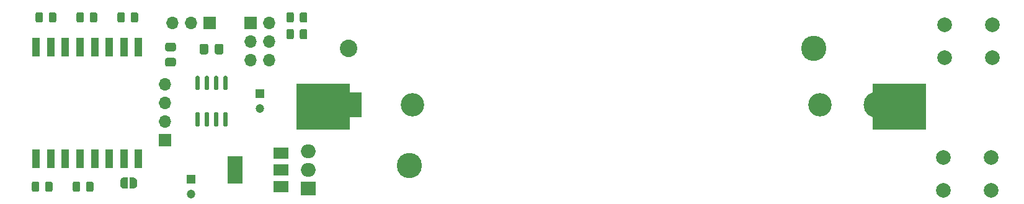
<source format=gbr>
%TF.GenerationSoftware,KiCad,Pcbnew,(5.1.9)-1*%
%TF.CreationDate,2021-03-29T21:17:45+02:00*%
%TF.ProjectId,ESP_Windowsensor,4553505f-5769-46e6-946f-7773656e736f,rev?*%
%TF.SameCoordinates,Original*%
%TF.FileFunction,Soldermask,Top*%
%TF.FilePolarity,Negative*%
%FSLAX46Y46*%
G04 Gerber Fmt 4.6, Leading zero omitted, Abs format (unit mm)*
G04 Created by KiCad (PCBNEW (5.1.9)-1) date 2021-03-29 21:17:45*
%MOMM*%
%LPD*%
G01*
G04 APERTURE LIST*
%ADD10C,2.000000*%
%ADD11O,1.700000X1.700000*%
%ADD12R,1.700000X1.700000*%
%ADD13C,1.200000*%
%ADD14R,1.200000X1.200000*%
%ADD15C,0.100000*%
%ADD16O,2.000000X1.905000*%
%ADD17R,2.000000X1.905000*%
%ADD18C,3.200000*%
%ADD19R,3.500000X3.500000*%
%ADD20C,3.500000*%
%ADD21R,2.000000X1.500000*%
%ADD22R,2.000000X3.800000*%
%ADD23R,1.000000X2.500000*%
%ADD24C,2.390000*%
%ADD25C,3.450000*%
%ADD26R,7.340000X6.350000*%
G04 APERTURE END LIST*
D10*
%TO.C,SW3*%
X174856000Y-87122000D03*
X174856000Y-82622000D03*
X181356000Y-87122000D03*
X181356000Y-82622000D03*
%TD*%
%TO.C,SW2*%
X181506000Y-64516000D03*
X181506000Y-69016000D03*
X175006000Y-64516000D03*
X175006000Y-69016000D03*
%TD*%
%TO.C,R7*%
G36*
G01*
X51924000Y-63049999D02*
X51924000Y-63950001D01*
G75*
G02*
X51674001Y-64200000I-249999J0D01*
G01*
X51148999Y-64200000D01*
G75*
G02*
X50899000Y-63950001I0J249999D01*
G01*
X50899000Y-63049999D01*
G75*
G02*
X51148999Y-62800000I249999J0D01*
G01*
X51674001Y-62800000D01*
G75*
G02*
X51924000Y-63049999I0J-249999D01*
G01*
G37*
G36*
G01*
X53749000Y-63049999D02*
X53749000Y-63950001D01*
G75*
G02*
X53499001Y-64200000I-249999J0D01*
G01*
X52973999Y-64200000D01*
G75*
G02*
X52724000Y-63950001I0J249999D01*
G01*
X52724000Y-63049999D01*
G75*
G02*
X52973999Y-62800000I249999J0D01*
G01*
X53499001Y-62800000D01*
G75*
G02*
X53749000Y-63049999I0J-249999D01*
G01*
G37*
%TD*%
%TO.C,R6*%
G36*
G01*
X51416000Y-86163999D02*
X51416000Y-87064001D01*
G75*
G02*
X51166001Y-87314000I-249999J0D01*
G01*
X50640999Y-87314000D01*
G75*
G02*
X50391000Y-87064001I0J249999D01*
G01*
X50391000Y-86163999D01*
G75*
G02*
X50640999Y-85914000I249999J0D01*
G01*
X51166001Y-85914000D01*
G75*
G02*
X51416000Y-86163999I0J-249999D01*
G01*
G37*
G36*
G01*
X53241000Y-86163999D02*
X53241000Y-87064001D01*
G75*
G02*
X52991001Y-87314000I-249999J0D01*
G01*
X52465999Y-87314000D01*
G75*
G02*
X52216000Y-87064001I0J249999D01*
G01*
X52216000Y-86163999D01*
G75*
G02*
X52465999Y-85914000I249999J0D01*
G01*
X52991001Y-85914000D01*
G75*
G02*
X53241000Y-86163999I0J-249999D01*
G01*
G37*
%TD*%
%TO.C,R5*%
G36*
G01*
X63900000Y-63950001D02*
X63900000Y-63049999D01*
G75*
G02*
X64149999Y-62800000I249999J0D01*
G01*
X64675001Y-62800000D01*
G75*
G02*
X64925000Y-63049999I0J-249999D01*
G01*
X64925000Y-63950001D01*
G75*
G02*
X64675001Y-64200000I-249999J0D01*
G01*
X64149999Y-64200000D01*
G75*
G02*
X63900000Y-63950001I0J249999D01*
G01*
G37*
G36*
G01*
X62075000Y-63950001D02*
X62075000Y-63049999D01*
G75*
G02*
X62324999Y-62800000I249999J0D01*
G01*
X62850001Y-62800000D01*
G75*
G02*
X63100000Y-63049999I0J-249999D01*
G01*
X63100000Y-63950001D01*
G75*
G02*
X62850001Y-64200000I-249999J0D01*
G01*
X62324999Y-64200000D01*
G75*
G02*
X62075000Y-63950001I0J249999D01*
G01*
G37*
%TD*%
%TO.C,R4*%
G36*
G01*
X57804000Y-87064001D02*
X57804000Y-86163999D01*
G75*
G02*
X58053999Y-85914000I249999J0D01*
G01*
X58579001Y-85914000D01*
G75*
G02*
X58829000Y-86163999I0J-249999D01*
G01*
X58829000Y-87064001D01*
G75*
G02*
X58579001Y-87314000I-249999J0D01*
G01*
X58053999Y-87314000D01*
G75*
G02*
X57804000Y-87064001I0J249999D01*
G01*
G37*
G36*
G01*
X55979000Y-87064001D02*
X55979000Y-86163999D01*
G75*
G02*
X56228999Y-85914000I249999J0D01*
G01*
X56754001Y-85914000D01*
G75*
G02*
X57004000Y-86163999I0J-249999D01*
G01*
X57004000Y-87064001D01*
G75*
G02*
X56754001Y-87314000I-249999J0D01*
G01*
X56228999Y-87314000D01*
G75*
G02*
X55979000Y-87064001I0J249999D01*
G01*
G37*
%TD*%
D11*
%TO.C,J2*%
X68580000Y-72644000D03*
X68580000Y-75184000D03*
X68580000Y-77724000D03*
D12*
X68580000Y-80264000D03*
%TD*%
%TO.C,C4*%
G36*
G01*
X75380000Y-68293000D02*
X75380000Y-67343000D01*
G75*
G02*
X75630000Y-67093000I250000J0D01*
G01*
X76305000Y-67093000D01*
G75*
G02*
X76555000Y-67343000I0J-250000D01*
G01*
X76555000Y-68293000D01*
G75*
G02*
X76305000Y-68543000I-250000J0D01*
G01*
X75630000Y-68543000D01*
G75*
G02*
X75380000Y-68293000I0J250000D01*
G01*
G37*
G36*
G01*
X73305000Y-68293000D02*
X73305000Y-67343000D01*
G75*
G02*
X73555000Y-67093000I250000J0D01*
G01*
X74230000Y-67093000D01*
G75*
G02*
X74480000Y-67343000I0J-250000D01*
G01*
X74480000Y-68293000D01*
G75*
G02*
X74230000Y-68543000I-250000J0D01*
G01*
X73555000Y-68543000D01*
G75*
G02*
X73305000Y-68293000I0J250000D01*
G01*
G37*
%TD*%
%TO.C,C3*%
G36*
G01*
X69817000Y-68130000D02*
X68867000Y-68130000D01*
G75*
G02*
X68617000Y-67880000I0J250000D01*
G01*
X68617000Y-67205000D01*
G75*
G02*
X68867000Y-66955000I250000J0D01*
G01*
X69817000Y-66955000D01*
G75*
G02*
X70067000Y-67205000I0J-250000D01*
G01*
X70067000Y-67880000D01*
G75*
G02*
X69817000Y-68130000I-250000J0D01*
G01*
G37*
G36*
G01*
X69817000Y-70205000D02*
X68867000Y-70205000D01*
G75*
G02*
X68617000Y-69955000I0J250000D01*
G01*
X68617000Y-69280000D01*
G75*
G02*
X68867000Y-69030000I250000J0D01*
G01*
X69817000Y-69030000D01*
G75*
G02*
X70067000Y-69280000I0J-250000D01*
G01*
X70067000Y-69955000D01*
G75*
G02*
X69817000Y-70205000I-250000J0D01*
G01*
G37*
%TD*%
D13*
%TO.C,C2*%
X81534000Y-75914000D03*
D14*
X81534000Y-73914000D03*
%TD*%
D13*
%TO.C,C1*%
X72136000Y-87598000D03*
D14*
X72136000Y-85598000D03*
%TD*%
%TO.C,R3*%
G36*
G01*
X86982000Y-66236001D02*
X86982000Y-65335999D01*
G75*
G02*
X87231999Y-65086000I249999J0D01*
G01*
X87757001Y-65086000D01*
G75*
G02*
X88007000Y-65335999I0J-249999D01*
G01*
X88007000Y-66236001D01*
G75*
G02*
X87757001Y-66486000I-249999J0D01*
G01*
X87231999Y-66486000D01*
G75*
G02*
X86982000Y-66236001I0J249999D01*
G01*
G37*
G36*
G01*
X85157000Y-66236001D02*
X85157000Y-65335999D01*
G75*
G02*
X85406999Y-65086000I249999J0D01*
G01*
X85932001Y-65086000D01*
G75*
G02*
X86182000Y-65335999I0J-249999D01*
G01*
X86182000Y-66236001D01*
G75*
G02*
X85932001Y-66486000I-249999J0D01*
G01*
X85406999Y-66486000D01*
G75*
G02*
X85157000Y-66236001I0J249999D01*
G01*
G37*
%TD*%
%TO.C,R2*%
G36*
G01*
X86982000Y-63950001D02*
X86982000Y-63049999D01*
G75*
G02*
X87231999Y-62800000I249999J0D01*
G01*
X87757001Y-62800000D01*
G75*
G02*
X88007000Y-63049999I0J-249999D01*
G01*
X88007000Y-63950001D01*
G75*
G02*
X87757001Y-64200000I-249999J0D01*
G01*
X87231999Y-64200000D01*
G75*
G02*
X86982000Y-63950001I0J249999D01*
G01*
G37*
G36*
G01*
X85157000Y-63950001D02*
X85157000Y-63049999D01*
G75*
G02*
X85406999Y-62800000I249999J0D01*
G01*
X85932001Y-62800000D01*
G75*
G02*
X86182000Y-63049999I0J-249999D01*
G01*
X86182000Y-63950001D01*
G75*
G02*
X85932001Y-64200000I-249999J0D01*
G01*
X85406999Y-64200000D01*
G75*
G02*
X85157000Y-63950001I0J249999D01*
G01*
G37*
%TD*%
D11*
%TO.C,J1*%
X82804000Y-69342000D03*
X80264000Y-69342000D03*
X82804000Y-66802000D03*
X80264000Y-66802000D03*
X82804000Y-64262000D03*
D12*
X80264000Y-64262000D03*
%TD*%
D15*
%TO.C,WIFI_RESET*%
G36*
X62962000Y-86855398D02*
G01*
X62937466Y-86855398D01*
X62888635Y-86850588D01*
X62840510Y-86841016D01*
X62793555Y-86826772D01*
X62748222Y-86807995D01*
X62704949Y-86784864D01*
X62664150Y-86757604D01*
X62626221Y-86726476D01*
X62591524Y-86691779D01*
X62560396Y-86653850D01*
X62533136Y-86613051D01*
X62510005Y-86569778D01*
X62491228Y-86524445D01*
X62476984Y-86477490D01*
X62467412Y-86429365D01*
X62462602Y-86380534D01*
X62462602Y-86356000D01*
X62462000Y-86356000D01*
X62462000Y-85856000D01*
X62462602Y-85856000D01*
X62462602Y-85831466D01*
X62467412Y-85782635D01*
X62476984Y-85734510D01*
X62491228Y-85687555D01*
X62510005Y-85642222D01*
X62533136Y-85598949D01*
X62560396Y-85558150D01*
X62591524Y-85520221D01*
X62626221Y-85485524D01*
X62664150Y-85454396D01*
X62704949Y-85427136D01*
X62748222Y-85404005D01*
X62793555Y-85385228D01*
X62840510Y-85370984D01*
X62888635Y-85361412D01*
X62937466Y-85356602D01*
X62962000Y-85356602D01*
X62962000Y-85356000D01*
X63462000Y-85356000D01*
X63462000Y-86856000D01*
X62962000Y-86856000D01*
X62962000Y-86855398D01*
G37*
G36*
X63762000Y-85356000D02*
G01*
X64262000Y-85356000D01*
X64262000Y-85356602D01*
X64286534Y-85356602D01*
X64335365Y-85361412D01*
X64383490Y-85370984D01*
X64430445Y-85385228D01*
X64475778Y-85404005D01*
X64519051Y-85427136D01*
X64559850Y-85454396D01*
X64597779Y-85485524D01*
X64632476Y-85520221D01*
X64663604Y-85558150D01*
X64690864Y-85598949D01*
X64713995Y-85642222D01*
X64732772Y-85687555D01*
X64747016Y-85734510D01*
X64756588Y-85782635D01*
X64761398Y-85831466D01*
X64761398Y-85856000D01*
X64762000Y-85856000D01*
X64762000Y-86356000D01*
X64761398Y-86356000D01*
X64761398Y-86380534D01*
X64756588Y-86429365D01*
X64747016Y-86477490D01*
X64732772Y-86524445D01*
X64713995Y-86569778D01*
X64690864Y-86613051D01*
X64663604Y-86653850D01*
X64632476Y-86691779D01*
X64597779Y-86726476D01*
X64559850Y-86757604D01*
X64519051Y-86784864D01*
X64475778Y-86807995D01*
X64430445Y-86826772D01*
X64383490Y-86841016D01*
X64335365Y-86850588D01*
X64286534Y-86855398D01*
X64262000Y-86855398D01*
X64262000Y-86856000D01*
X63762000Y-86856000D01*
X63762000Y-85356000D01*
G37*
%TD*%
D16*
%TO.C,Q2*%
X88138000Y-81788000D03*
X88138000Y-84328000D03*
D17*
X88138000Y-86868000D03*
%TD*%
D18*
%TO.C,BT2*%
X157981000Y-75438000D03*
X102371000Y-75438000D03*
D19*
X93726000Y-75438000D03*
D20*
X165726000Y-75438000D03*
%TD*%
D11*
%TO.C,SW1*%
X69596000Y-64262000D03*
X72136000Y-64262000D03*
D12*
X74676000Y-64262000D03*
%TD*%
%TO.C,R1*%
G36*
G01*
X58312000Y-63950001D02*
X58312000Y-63049999D01*
G75*
G02*
X58561999Y-62800000I249999J0D01*
G01*
X59087001Y-62800000D01*
G75*
G02*
X59337000Y-63049999I0J-249999D01*
G01*
X59337000Y-63950001D01*
G75*
G02*
X59087001Y-64200000I-249999J0D01*
G01*
X58561999Y-64200000D01*
G75*
G02*
X58312000Y-63950001I0J249999D01*
G01*
G37*
G36*
G01*
X56487000Y-63950001D02*
X56487000Y-63049999D01*
G75*
G02*
X56736999Y-62800000I249999J0D01*
G01*
X57262001Y-62800000D01*
G75*
G02*
X57512000Y-63049999I0J-249999D01*
G01*
X57512000Y-63950001D01*
G75*
G02*
X57262001Y-64200000I-249999J0D01*
G01*
X56736999Y-64200000D01*
G75*
G02*
X56487000Y-63950001I0J249999D01*
G01*
G37*
%TD*%
D21*
%TO.C,Q1*%
X84430000Y-86628000D03*
X84430000Y-82028000D03*
X84430000Y-84328000D03*
D22*
X78130000Y-84328000D03*
%TD*%
D23*
%TO.C,IC2*%
X50980000Y-82784000D03*
X52980000Y-82784000D03*
X54980000Y-82784000D03*
X56980000Y-82784000D03*
X58980000Y-82784000D03*
X60980000Y-82784000D03*
X62980000Y-82784000D03*
X64980000Y-82784000D03*
X64980000Y-67584000D03*
X62980000Y-67584000D03*
X60980000Y-67584000D03*
X58980000Y-67584000D03*
X56980000Y-67584000D03*
X54980000Y-67584000D03*
X52980000Y-67584000D03*
X50980000Y-67584000D03*
%TD*%
%TO.C,IC1*%
G36*
G01*
X73175000Y-73430000D02*
X72875000Y-73430000D01*
G75*
G02*
X72725000Y-73280000I0J150000D01*
G01*
X72725000Y-71630000D01*
G75*
G02*
X72875000Y-71480000I150000J0D01*
G01*
X73175000Y-71480000D01*
G75*
G02*
X73325000Y-71630000I0J-150000D01*
G01*
X73325000Y-73280000D01*
G75*
G02*
X73175000Y-73430000I-150000J0D01*
G01*
G37*
G36*
G01*
X74445000Y-73430000D02*
X74145000Y-73430000D01*
G75*
G02*
X73995000Y-73280000I0J150000D01*
G01*
X73995000Y-71630000D01*
G75*
G02*
X74145000Y-71480000I150000J0D01*
G01*
X74445000Y-71480000D01*
G75*
G02*
X74595000Y-71630000I0J-150000D01*
G01*
X74595000Y-73280000D01*
G75*
G02*
X74445000Y-73430000I-150000J0D01*
G01*
G37*
G36*
G01*
X75715000Y-73430000D02*
X75415000Y-73430000D01*
G75*
G02*
X75265000Y-73280000I0J150000D01*
G01*
X75265000Y-71630000D01*
G75*
G02*
X75415000Y-71480000I150000J0D01*
G01*
X75715000Y-71480000D01*
G75*
G02*
X75865000Y-71630000I0J-150000D01*
G01*
X75865000Y-73280000D01*
G75*
G02*
X75715000Y-73430000I-150000J0D01*
G01*
G37*
G36*
G01*
X76985000Y-73430000D02*
X76685000Y-73430000D01*
G75*
G02*
X76535000Y-73280000I0J150000D01*
G01*
X76535000Y-71630000D01*
G75*
G02*
X76685000Y-71480000I150000J0D01*
G01*
X76985000Y-71480000D01*
G75*
G02*
X77135000Y-71630000I0J-150000D01*
G01*
X77135000Y-73280000D01*
G75*
G02*
X76985000Y-73430000I-150000J0D01*
G01*
G37*
G36*
G01*
X76985000Y-78380000D02*
X76685000Y-78380000D01*
G75*
G02*
X76535000Y-78230000I0J150000D01*
G01*
X76535000Y-76580000D01*
G75*
G02*
X76685000Y-76430000I150000J0D01*
G01*
X76985000Y-76430000D01*
G75*
G02*
X77135000Y-76580000I0J-150000D01*
G01*
X77135000Y-78230000D01*
G75*
G02*
X76985000Y-78380000I-150000J0D01*
G01*
G37*
G36*
G01*
X75715000Y-78380000D02*
X75415000Y-78380000D01*
G75*
G02*
X75265000Y-78230000I0J150000D01*
G01*
X75265000Y-76580000D01*
G75*
G02*
X75415000Y-76430000I150000J0D01*
G01*
X75715000Y-76430000D01*
G75*
G02*
X75865000Y-76580000I0J-150000D01*
G01*
X75865000Y-78230000D01*
G75*
G02*
X75715000Y-78380000I-150000J0D01*
G01*
G37*
G36*
G01*
X74445000Y-78380000D02*
X74145000Y-78380000D01*
G75*
G02*
X73995000Y-78230000I0J150000D01*
G01*
X73995000Y-76580000D01*
G75*
G02*
X74145000Y-76430000I150000J0D01*
G01*
X74445000Y-76430000D01*
G75*
G02*
X74595000Y-76580000I0J-150000D01*
G01*
X74595000Y-78230000D01*
G75*
G02*
X74445000Y-78380000I-150000J0D01*
G01*
G37*
G36*
G01*
X73175000Y-78380000D02*
X72875000Y-78380000D01*
G75*
G02*
X72725000Y-78230000I0J150000D01*
G01*
X72725000Y-76580000D01*
G75*
G02*
X72875000Y-76430000I150000J0D01*
G01*
X73175000Y-76430000D01*
G75*
G02*
X73325000Y-76580000I0J-150000D01*
G01*
X73325000Y-78230000D01*
G75*
G02*
X73175000Y-78380000I-150000J0D01*
G01*
G37*
%TD*%
D24*
%TO.C,BT1*%
X93610000Y-67692000D03*
D25*
X101940000Y-83692000D03*
X157140000Y-67692000D03*
D26*
X168870000Y-75692000D03*
X90210000Y-75692000D03*
%TD*%
M02*

</source>
